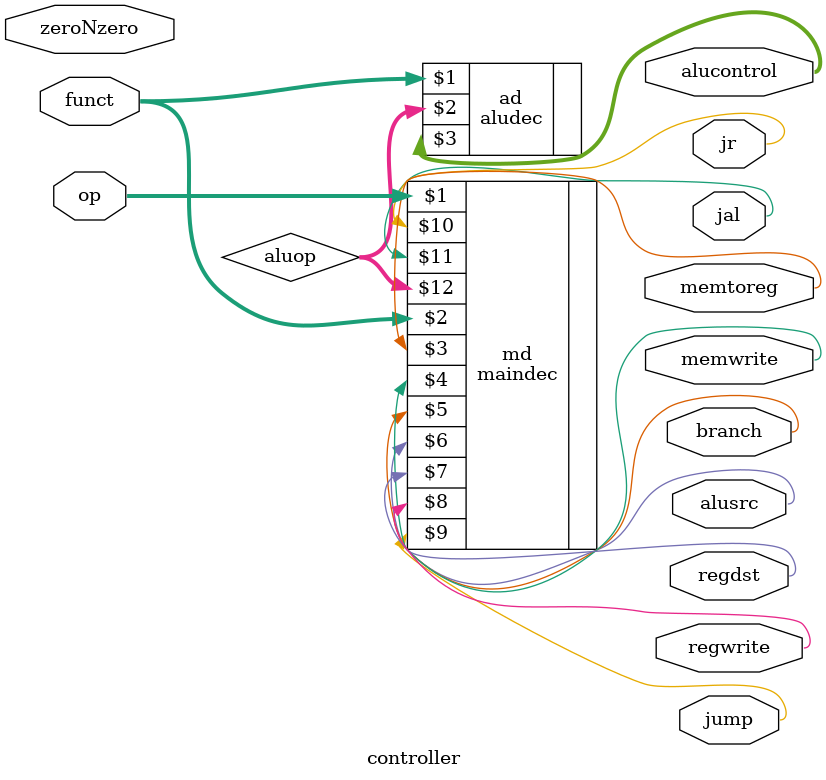
<source format=sv>
module controller(input  logic [5:0] op, funct, input  logic zeroNzero, output logic memtoreg, memwrite, branch, alusrc, regdst, regwrite, jump, jr, jal, output logic [2:0] alucontrol);
  logic [1:0] aluop;
  maindec md(op, funct, memtoreg, memwrite, branch, alusrc, regdst, regwrite, jump, jr, jal, aluop);
  aludec  ad(funct, aluop, alucontrol);
endmodule
</source>
